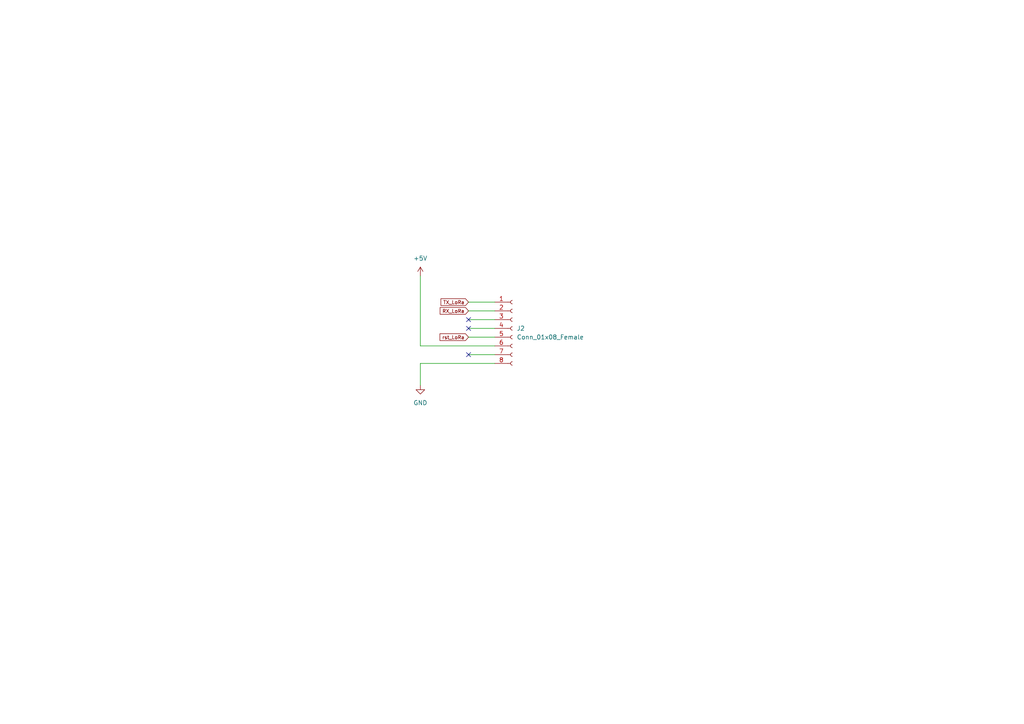
<source format=kicad_sch>
(kicad_sch (version 20211123) (generator eeschema)
  (paper "A4")
  (lib_symbols
    (symbol "Connector:Conn_01x08_Female" (pin_names (offset 1.016) hide)
      (property "Reference" "J" (at 0 10.16 0))
      (property "Value" "Conn_01x08_Female" (at 0 -12.7 0))
      (symbol "Conn_01x08_Female_1_1"
        (arc (start 0 -9.652) (mid -0.508 -10.16) (end 0 -10.668) (stroke (width 0.1524)))
        (arc (start 0 -7.112) (mid -0.508 -7.62) (end 0 -8.128) (stroke (width 0.1524)))
        (arc (start 0 -4.572) (mid -0.508 -5.08) (end 0 -5.588) (stroke (width 0.1524)))
        (arc (start 0 -2.032) (mid -0.508 -2.54) (end 0 -3.048) (stroke (width 0.1524)))
        (polyline (pts (xy -1.27 -10.16) (xy -0.508 -10.16)) (stroke (width 0.1524)))
        (polyline (pts (xy -1.27 -7.62) (xy -0.508 -7.62)) (stroke (width 0.1524)))
        (polyline (pts (xy -1.27 -5.08) (xy -0.508 -5.08)) (stroke (width 0.1524)))
        (polyline (pts (xy -1.27 -2.54) (xy -0.508 -2.54)) (stroke (width 0.1524)))
        (polyline (pts (xy -1.27 0) (xy -0.508 0)) (stroke (width 0.1524)))
        (polyline (pts (xy -1.27 2.54) (xy -0.508 2.54)) (stroke (width 0.1524)))
        (polyline (pts (xy -1.27 5.08) (xy -0.508 5.08)) (stroke (width 0.1524)))
        (polyline (pts (xy -1.27 7.62) (xy -0.508 7.62)) (stroke (width 0.1524)))
        (arc (start 0 0.508) (mid -0.508 0) (end 0 -0.508) (stroke (width 0.1524)))
        (arc (start 0 3.048) (mid -0.508 2.54) (end 0 2.032) (stroke (width 0.1524)))
        (arc (start 0 5.588) (mid -0.508 5.08) (end 0 4.572) (stroke (width 0.1524)))
        (arc (start 0 8.128) (mid -0.508 7.62) (end 0 7.112) (stroke (width 0.1524)))
        (pin passive line (at -5.08 7.62 0) (length 3.81) (name "Pin_1") (number "1"))
        (pin passive line (at -5.08 5.08 0) (length 3.81) (name "Pin_2") (number "2"))
        (pin passive line (at -5.08 2.54 0) (length 3.81) (name "Pin_3") (number "3"))
        (pin passive line (at -5.08 0 0) (length 3.81) (name "Pin_4") (number "4"))
        (pin passive line (at -5.08 -2.54 0) (length 3.81) (name "Pin_5") (number "5"))
        (pin passive line (at -5.08 -5.08 0) (length 3.81) (name "Pin_6") (number "6"))
        (pin passive line (at -5.08 -7.62 0) (length 3.81) (name "Pin_7") (number "7"))
        (pin passive line (at -5.08 -10.16 0) (length 3.81) (name "Pin_8") (number "8"))
      )
    )
    (symbol "power:+5V" (power) (pin_names (offset 0))
      (property "Value" "+5V" (at 0 3.556 0))
      (symbol "+5V_0_1"
        (polyline (pts (xy -0.762 1.27) (xy 0 2.54)))
        (polyline (pts (xy 0 0) (xy 0 2.54)))
        (polyline (pts (xy 0 2.54) (xy 0.762 1.27)))
      )
      (symbol "+5V_1_1"
        (pin power_in line (at 0 0 90) (length 0) hide (name "+5V") (number "1"))
      )
    )
    (symbol "power:GND" (power) (pin_names (offset 0))
      (property "Value" "GND" (at 0 -3.81 0))
      (symbol "GND_0_1"
        (polyline (pts (xy 0 0) (xy 0 -1.27) (xy 1.27 -1.27) (xy 0 -2.54) (xy -1.27 -1.27) (xy 0 -1.27)))
      )
      (symbol "GND_1_1"
        (pin power_in line (at 0 0 270) (length 0) hide (name "GND") (number "1"))
      )
    )
  )
  (no_connect (at 135.89 102.87))
  (no_connect (at 135.89 92.71))
  (no_connect (at 135.89 95.25))
  (wire (pts (xy 135.89 90.17) (xy 143.51 90.17)))
  (wire (pts (xy 135.89 102.87) (xy 143.51 102.87)))
  (wire (pts (xy 135.89 97.79) (xy 143.51 97.79)))
  (wire (pts (xy 121.92 80.01) (xy 121.92 100.33)))
  (wire (pts (xy 121.92 105.41) (xy 143.51 105.41)))
  (wire (pts (xy 121.92 105.41) (xy 121.92 111.76)))
  (wire (pts (xy 135.89 92.71) (xy 143.51 92.71)))
  (wire (pts (xy 135.89 87.63) (xy 143.51 87.63)))
  (wire (pts (xy 135.89 95.25) (xy 143.51 95.25)))
  (wire (pts (xy 121.92 100.33) (xy 143.51 100.33)))
  (global_label "RX_LoRa" (shape input) (at 135.89 90.17 180) (effects (font (size 1 1))) (property "Intersheet References" "${INTERSHEET_REFS}" (effects hide)))
  (global_label "rst_LoRa" (shape input) (at 135.89 97.79 180) (effects (font (size 1 1))) (property "Intersheet References" "${INTERSHEET_REFS}" (effects hide)))
  (global_label "TX_LoRa" (shape input) (at 135.89 87.63 180) (effects (font (size 1 1))) (property "Intersheet References" "${INTERSHEET_REFS}" (effects hide)))
  (symbol (lib_id "Connector:Conn_01x08_Female") (at 148.59 95.25 0) (unit 1)
    (property "Reference" "J2" (at 149.86 95.2499 0) (effects (justify left)))
    (property "Value" "Conn_01x08_Female" (at 149.86 97.7899 0) (effects (justify left)))
    (property "Footprint" "Connector_PinSocket_2.54mm:PinSocket_1x08_P2.54mm_Vertical" (effects hide))
  )
  (symbol (lib_id "power:+5V") (at 121.92 80.01 0) (unit 1)
    (property "Reference" "#PWR012" (effects hide))
    (property "Value" "+5V" (at 121.92 74.93 0))
  )
  (symbol (lib_id "power:GND") (at 121.92 111.76 0) (unit 1)
    (property "Reference" "#PWR013" (effects hide))
    (property "Value" "GND" (at 121.92 116.84 0))
  )
)
</source>
